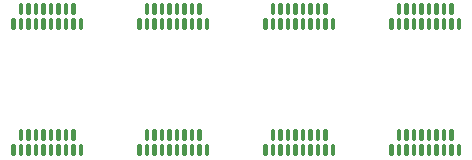
<source format=gtp>
G75*
%MOIN*%
%OFA0B0*%
%FSLAX25Y25*%
%IPPOS*%
%LPD*%
%AMOC8*
5,1,8,0,0,1.08239X$1,22.5*
%
%ADD10C,0.01350*%
D10*
X0011625Y0019175D02*
X0011625Y0021825D01*
X0011775Y0021825D01*
X0011775Y0019175D01*
X0011625Y0019175D01*
X0011625Y0020524D02*
X0011775Y0020524D01*
X0014125Y0021825D02*
X0014125Y0019175D01*
X0014125Y0021825D02*
X0014275Y0021825D01*
X0014275Y0019175D01*
X0014125Y0019175D01*
X0014125Y0020524D02*
X0014275Y0020524D01*
X0016625Y0021825D02*
X0016625Y0019175D01*
X0016625Y0021825D02*
X0016775Y0021825D01*
X0016775Y0019175D01*
X0016625Y0019175D01*
X0016625Y0020524D02*
X0016775Y0020524D01*
X0019125Y0021825D02*
X0019125Y0019175D01*
X0019125Y0021825D02*
X0019275Y0021825D01*
X0019275Y0019175D01*
X0019125Y0019175D01*
X0019125Y0020524D02*
X0019275Y0020524D01*
X0021625Y0021825D02*
X0021625Y0019175D01*
X0021625Y0021825D02*
X0021775Y0021825D01*
X0021775Y0019175D01*
X0021625Y0019175D01*
X0021625Y0020524D02*
X0021775Y0020524D01*
X0024125Y0021825D02*
X0024125Y0019175D01*
X0024125Y0021825D02*
X0024275Y0021825D01*
X0024275Y0019175D01*
X0024125Y0019175D01*
X0024125Y0020524D02*
X0024275Y0020524D01*
X0026625Y0021825D02*
X0026625Y0019175D01*
X0026625Y0021825D02*
X0026775Y0021825D01*
X0026775Y0019175D01*
X0026625Y0019175D01*
X0026625Y0020524D02*
X0026775Y0020524D01*
X0029125Y0021825D02*
X0029125Y0019175D01*
X0029125Y0021825D02*
X0029275Y0021825D01*
X0029275Y0019175D01*
X0029125Y0019175D01*
X0029125Y0020524D02*
X0029275Y0020524D01*
X0031625Y0021825D02*
X0031625Y0019175D01*
X0031625Y0021825D02*
X0031775Y0021825D01*
X0031775Y0019175D01*
X0031625Y0019175D01*
X0031625Y0020524D02*
X0031775Y0020524D01*
X0034125Y0021825D02*
X0034125Y0019175D01*
X0034125Y0021825D02*
X0034275Y0021825D01*
X0034275Y0019175D01*
X0034125Y0019175D01*
X0034125Y0020524D02*
X0034275Y0020524D01*
X0031625Y0024175D02*
X0031625Y0026825D01*
X0031775Y0026825D01*
X0031775Y0024175D01*
X0031625Y0024175D01*
X0031625Y0025524D02*
X0031775Y0025524D01*
X0029125Y0026825D02*
X0029125Y0024175D01*
X0029125Y0026825D02*
X0029275Y0026825D01*
X0029275Y0024175D01*
X0029125Y0024175D01*
X0029125Y0025524D02*
X0029275Y0025524D01*
X0026625Y0026825D02*
X0026625Y0024175D01*
X0026625Y0026825D02*
X0026775Y0026825D01*
X0026775Y0024175D01*
X0026625Y0024175D01*
X0026625Y0025524D02*
X0026775Y0025524D01*
X0024125Y0026825D02*
X0024125Y0024175D01*
X0024125Y0026825D02*
X0024275Y0026825D01*
X0024275Y0024175D01*
X0024125Y0024175D01*
X0024125Y0025524D02*
X0024275Y0025524D01*
X0021625Y0026825D02*
X0021625Y0024175D01*
X0021625Y0026825D02*
X0021775Y0026825D01*
X0021775Y0024175D01*
X0021625Y0024175D01*
X0021625Y0025524D02*
X0021775Y0025524D01*
X0019125Y0026825D02*
X0019125Y0024175D01*
X0019125Y0026825D02*
X0019275Y0026825D01*
X0019275Y0024175D01*
X0019125Y0024175D01*
X0019125Y0025524D02*
X0019275Y0025524D01*
X0016625Y0026825D02*
X0016625Y0024175D01*
X0016625Y0026825D02*
X0016775Y0026825D01*
X0016775Y0024175D01*
X0016625Y0024175D01*
X0016625Y0025524D02*
X0016775Y0025524D01*
X0014125Y0026825D02*
X0014125Y0024175D01*
X0014125Y0026825D02*
X0014275Y0026825D01*
X0014275Y0024175D01*
X0014125Y0024175D01*
X0014125Y0025524D02*
X0014275Y0025524D01*
X0053625Y0021825D02*
X0053625Y0019175D01*
X0053625Y0021825D02*
X0053775Y0021825D01*
X0053775Y0019175D01*
X0053625Y0019175D01*
X0053625Y0020524D02*
X0053775Y0020524D01*
X0056125Y0021825D02*
X0056125Y0019175D01*
X0056125Y0021825D02*
X0056275Y0021825D01*
X0056275Y0019175D01*
X0056125Y0019175D01*
X0056125Y0020524D02*
X0056275Y0020524D01*
X0058625Y0021825D02*
X0058625Y0019175D01*
X0058625Y0021825D02*
X0058775Y0021825D01*
X0058775Y0019175D01*
X0058625Y0019175D01*
X0058625Y0020524D02*
X0058775Y0020524D01*
X0061125Y0021825D02*
X0061125Y0019175D01*
X0061125Y0021825D02*
X0061275Y0021825D01*
X0061275Y0019175D01*
X0061125Y0019175D01*
X0061125Y0020524D02*
X0061275Y0020524D01*
X0063625Y0021825D02*
X0063625Y0019175D01*
X0063625Y0021825D02*
X0063775Y0021825D01*
X0063775Y0019175D01*
X0063625Y0019175D01*
X0063625Y0020524D02*
X0063775Y0020524D01*
X0066125Y0021825D02*
X0066125Y0019175D01*
X0066125Y0021825D02*
X0066275Y0021825D01*
X0066275Y0019175D01*
X0066125Y0019175D01*
X0066125Y0020524D02*
X0066275Y0020524D01*
X0068625Y0021825D02*
X0068625Y0019175D01*
X0068625Y0021825D02*
X0068775Y0021825D01*
X0068775Y0019175D01*
X0068625Y0019175D01*
X0068625Y0020524D02*
X0068775Y0020524D01*
X0071125Y0021825D02*
X0071125Y0019175D01*
X0071125Y0021825D02*
X0071275Y0021825D01*
X0071275Y0019175D01*
X0071125Y0019175D01*
X0071125Y0020524D02*
X0071275Y0020524D01*
X0073625Y0021825D02*
X0073625Y0019175D01*
X0073625Y0021825D02*
X0073775Y0021825D01*
X0073775Y0019175D01*
X0073625Y0019175D01*
X0073625Y0020524D02*
X0073775Y0020524D01*
X0076125Y0021825D02*
X0076125Y0019175D01*
X0076125Y0021825D02*
X0076275Y0021825D01*
X0076275Y0019175D01*
X0076125Y0019175D01*
X0076125Y0020524D02*
X0076275Y0020524D01*
X0073625Y0024175D02*
X0073625Y0026825D01*
X0073775Y0026825D01*
X0073775Y0024175D01*
X0073625Y0024175D01*
X0073625Y0025524D02*
X0073775Y0025524D01*
X0071125Y0026825D02*
X0071125Y0024175D01*
X0071125Y0026825D02*
X0071275Y0026825D01*
X0071275Y0024175D01*
X0071125Y0024175D01*
X0071125Y0025524D02*
X0071275Y0025524D01*
X0068625Y0026825D02*
X0068625Y0024175D01*
X0068625Y0026825D02*
X0068775Y0026825D01*
X0068775Y0024175D01*
X0068625Y0024175D01*
X0068625Y0025524D02*
X0068775Y0025524D01*
X0066125Y0026825D02*
X0066125Y0024175D01*
X0066125Y0026825D02*
X0066275Y0026825D01*
X0066275Y0024175D01*
X0066125Y0024175D01*
X0066125Y0025524D02*
X0066275Y0025524D01*
X0063625Y0026825D02*
X0063625Y0024175D01*
X0063625Y0026825D02*
X0063775Y0026825D01*
X0063775Y0024175D01*
X0063625Y0024175D01*
X0063625Y0025524D02*
X0063775Y0025524D01*
X0061125Y0026825D02*
X0061125Y0024175D01*
X0061125Y0026825D02*
X0061275Y0026825D01*
X0061275Y0024175D01*
X0061125Y0024175D01*
X0061125Y0025524D02*
X0061275Y0025524D01*
X0058625Y0026825D02*
X0058625Y0024175D01*
X0058625Y0026825D02*
X0058775Y0026825D01*
X0058775Y0024175D01*
X0058625Y0024175D01*
X0058625Y0025524D02*
X0058775Y0025524D01*
X0056125Y0026825D02*
X0056125Y0024175D01*
X0056125Y0026825D02*
X0056275Y0026825D01*
X0056275Y0024175D01*
X0056125Y0024175D01*
X0056125Y0025524D02*
X0056275Y0025524D01*
X0095625Y0021825D02*
X0095625Y0019175D01*
X0095625Y0021825D02*
X0095775Y0021825D01*
X0095775Y0019175D01*
X0095625Y0019175D01*
X0095625Y0020524D02*
X0095775Y0020524D01*
X0098125Y0021825D02*
X0098125Y0019175D01*
X0098125Y0021825D02*
X0098275Y0021825D01*
X0098275Y0019175D01*
X0098125Y0019175D01*
X0098125Y0020524D02*
X0098275Y0020524D01*
X0100625Y0021825D02*
X0100625Y0019175D01*
X0100625Y0021825D02*
X0100775Y0021825D01*
X0100775Y0019175D01*
X0100625Y0019175D01*
X0100625Y0020524D02*
X0100775Y0020524D01*
X0103125Y0021825D02*
X0103125Y0019175D01*
X0103125Y0021825D02*
X0103275Y0021825D01*
X0103275Y0019175D01*
X0103125Y0019175D01*
X0103125Y0020524D02*
X0103275Y0020524D01*
X0105625Y0021825D02*
X0105625Y0019175D01*
X0105625Y0021825D02*
X0105775Y0021825D01*
X0105775Y0019175D01*
X0105625Y0019175D01*
X0105625Y0020524D02*
X0105775Y0020524D01*
X0108125Y0021825D02*
X0108125Y0019175D01*
X0108125Y0021825D02*
X0108275Y0021825D01*
X0108275Y0019175D01*
X0108125Y0019175D01*
X0108125Y0020524D02*
X0108275Y0020524D01*
X0110625Y0021825D02*
X0110625Y0019175D01*
X0110625Y0021825D02*
X0110775Y0021825D01*
X0110775Y0019175D01*
X0110625Y0019175D01*
X0110625Y0020524D02*
X0110775Y0020524D01*
X0113125Y0021825D02*
X0113125Y0019175D01*
X0113125Y0021825D02*
X0113275Y0021825D01*
X0113275Y0019175D01*
X0113125Y0019175D01*
X0113125Y0020524D02*
X0113275Y0020524D01*
X0115625Y0021825D02*
X0115625Y0019175D01*
X0115625Y0021825D02*
X0115775Y0021825D01*
X0115775Y0019175D01*
X0115625Y0019175D01*
X0115625Y0020524D02*
X0115775Y0020524D01*
X0118125Y0021825D02*
X0118125Y0019175D01*
X0118125Y0021825D02*
X0118275Y0021825D01*
X0118275Y0019175D01*
X0118125Y0019175D01*
X0118125Y0020524D02*
X0118275Y0020524D01*
X0115625Y0024175D02*
X0115625Y0026825D01*
X0115775Y0026825D01*
X0115775Y0024175D01*
X0115625Y0024175D01*
X0115625Y0025524D02*
X0115775Y0025524D01*
X0113125Y0026825D02*
X0113125Y0024175D01*
X0113125Y0026825D02*
X0113275Y0026825D01*
X0113275Y0024175D01*
X0113125Y0024175D01*
X0113125Y0025524D02*
X0113275Y0025524D01*
X0110625Y0026825D02*
X0110625Y0024175D01*
X0110625Y0026825D02*
X0110775Y0026825D01*
X0110775Y0024175D01*
X0110625Y0024175D01*
X0110625Y0025524D02*
X0110775Y0025524D01*
X0108125Y0026825D02*
X0108125Y0024175D01*
X0108125Y0026825D02*
X0108275Y0026825D01*
X0108275Y0024175D01*
X0108125Y0024175D01*
X0108125Y0025524D02*
X0108275Y0025524D01*
X0105625Y0026825D02*
X0105625Y0024175D01*
X0105625Y0026825D02*
X0105775Y0026825D01*
X0105775Y0024175D01*
X0105625Y0024175D01*
X0105625Y0025524D02*
X0105775Y0025524D01*
X0103125Y0026825D02*
X0103125Y0024175D01*
X0103125Y0026825D02*
X0103275Y0026825D01*
X0103275Y0024175D01*
X0103125Y0024175D01*
X0103125Y0025524D02*
X0103275Y0025524D01*
X0100625Y0026825D02*
X0100625Y0024175D01*
X0100625Y0026825D02*
X0100775Y0026825D01*
X0100775Y0024175D01*
X0100625Y0024175D01*
X0100625Y0025524D02*
X0100775Y0025524D01*
X0098125Y0026825D02*
X0098125Y0024175D01*
X0098125Y0026825D02*
X0098275Y0026825D01*
X0098275Y0024175D01*
X0098125Y0024175D01*
X0098125Y0025524D02*
X0098275Y0025524D01*
X0137625Y0021825D02*
X0137625Y0019175D01*
X0137625Y0021825D02*
X0137775Y0021825D01*
X0137775Y0019175D01*
X0137625Y0019175D01*
X0137625Y0020524D02*
X0137775Y0020524D01*
X0140125Y0021825D02*
X0140125Y0019175D01*
X0140125Y0021825D02*
X0140275Y0021825D01*
X0140275Y0019175D01*
X0140125Y0019175D01*
X0140125Y0020524D02*
X0140275Y0020524D01*
X0142625Y0021825D02*
X0142625Y0019175D01*
X0142625Y0021825D02*
X0142775Y0021825D01*
X0142775Y0019175D01*
X0142625Y0019175D01*
X0142625Y0020524D02*
X0142775Y0020524D01*
X0145125Y0021825D02*
X0145125Y0019175D01*
X0145125Y0021825D02*
X0145275Y0021825D01*
X0145275Y0019175D01*
X0145125Y0019175D01*
X0145125Y0020524D02*
X0145275Y0020524D01*
X0147625Y0021825D02*
X0147625Y0019175D01*
X0147625Y0021825D02*
X0147775Y0021825D01*
X0147775Y0019175D01*
X0147625Y0019175D01*
X0147625Y0020524D02*
X0147775Y0020524D01*
X0150125Y0021825D02*
X0150125Y0019175D01*
X0150125Y0021825D02*
X0150275Y0021825D01*
X0150275Y0019175D01*
X0150125Y0019175D01*
X0150125Y0020524D02*
X0150275Y0020524D01*
X0152625Y0021825D02*
X0152625Y0019175D01*
X0152625Y0021825D02*
X0152775Y0021825D01*
X0152775Y0019175D01*
X0152625Y0019175D01*
X0152625Y0020524D02*
X0152775Y0020524D01*
X0155125Y0021825D02*
X0155125Y0019175D01*
X0155125Y0021825D02*
X0155275Y0021825D01*
X0155275Y0019175D01*
X0155125Y0019175D01*
X0155125Y0020524D02*
X0155275Y0020524D01*
X0157625Y0021825D02*
X0157625Y0019175D01*
X0157625Y0021825D02*
X0157775Y0021825D01*
X0157775Y0019175D01*
X0157625Y0019175D01*
X0157625Y0020524D02*
X0157775Y0020524D01*
X0160125Y0021825D02*
X0160125Y0019175D01*
X0160125Y0021825D02*
X0160275Y0021825D01*
X0160275Y0019175D01*
X0160125Y0019175D01*
X0160125Y0020524D02*
X0160275Y0020524D01*
X0157625Y0024175D02*
X0157625Y0026825D01*
X0157775Y0026825D01*
X0157775Y0024175D01*
X0157625Y0024175D01*
X0157625Y0025524D02*
X0157775Y0025524D01*
X0155125Y0026825D02*
X0155125Y0024175D01*
X0155125Y0026825D02*
X0155275Y0026825D01*
X0155275Y0024175D01*
X0155125Y0024175D01*
X0155125Y0025524D02*
X0155275Y0025524D01*
X0152625Y0026825D02*
X0152625Y0024175D01*
X0152625Y0026825D02*
X0152775Y0026825D01*
X0152775Y0024175D01*
X0152625Y0024175D01*
X0152625Y0025524D02*
X0152775Y0025524D01*
X0150125Y0026825D02*
X0150125Y0024175D01*
X0150125Y0026825D02*
X0150275Y0026825D01*
X0150275Y0024175D01*
X0150125Y0024175D01*
X0150125Y0025524D02*
X0150275Y0025524D01*
X0147625Y0026825D02*
X0147625Y0024175D01*
X0147625Y0026825D02*
X0147775Y0026825D01*
X0147775Y0024175D01*
X0147625Y0024175D01*
X0147625Y0025524D02*
X0147775Y0025524D01*
X0145125Y0026825D02*
X0145125Y0024175D01*
X0145125Y0026825D02*
X0145275Y0026825D01*
X0145275Y0024175D01*
X0145125Y0024175D01*
X0145125Y0025524D02*
X0145275Y0025524D01*
X0142625Y0026825D02*
X0142625Y0024175D01*
X0142625Y0026825D02*
X0142775Y0026825D01*
X0142775Y0024175D01*
X0142625Y0024175D01*
X0142625Y0025524D02*
X0142775Y0025524D01*
X0140125Y0026825D02*
X0140125Y0024175D01*
X0140125Y0026825D02*
X0140275Y0026825D01*
X0140275Y0024175D01*
X0140125Y0024175D01*
X0140125Y0025524D02*
X0140275Y0025524D01*
X0140125Y0061175D02*
X0140125Y0063825D01*
X0140275Y0063825D01*
X0140275Y0061175D01*
X0140125Y0061175D01*
X0140125Y0062524D02*
X0140275Y0062524D01*
X0142625Y0063825D02*
X0142625Y0061175D01*
X0142625Y0063825D02*
X0142775Y0063825D01*
X0142775Y0061175D01*
X0142625Y0061175D01*
X0142625Y0062524D02*
X0142775Y0062524D01*
X0145125Y0063825D02*
X0145125Y0061175D01*
X0145125Y0063825D02*
X0145275Y0063825D01*
X0145275Y0061175D01*
X0145125Y0061175D01*
X0145125Y0062524D02*
X0145275Y0062524D01*
X0147625Y0063825D02*
X0147625Y0061175D01*
X0147625Y0063825D02*
X0147775Y0063825D01*
X0147775Y0061175D01*
X0147625Y0061175D01*
X0147625Y0062524D02*
X0147775Y0062524D01*
X0150125Y0063825D02*
X0150125Y0061175D01*
X0150125Y0063825D02*
X0150275Y0063825D01*
X0150275Y0061175D01*
X0150125Y0061175D01*
X0150125Y0062524D02*
X0150275Y0062524D01*
X0152625Y0063825D02*
X0152625Y0061175D01*
X0152625Y0063825D02*
X0152775Y0063825D01*
X0152775Y0061175D01*
X0152625Y0061175D01*
X0152625Y0062524D02*
X0152775Y0062524D01*
X0155125Y0063825D02*
X0155125Y0061175D01*
X0155125Y0063825D02*
X0155275Y0063825D01*
X0155275Y0061175D01*
X0155125Y0061175D01*
X0155125Y0062524D02*
X0155275Y0062524D01*
X0157625Y0063825D02*
X0157625Y0061175D01*
X0157625Y0063825D02*
X0157775Y0063825D01*
X0157775Y0061175D01*
X0157625Y0061175D01*
X0157625Y0062524D02*
X0157775Y0062524D01*
X0160125Y0063825D02*
X0160125Y0061175D01*
X0160125Y0063825D02*
X0160275Y0063825D01*
X0160275Y0061175D01*
X0160125Y0061175D01*
X0160125Y0062524D02*
X0160275Y0062524D01*
X0157625Y0066175D02*
X0157625Y0068825D01*
X0157775Y0068825D01*
X0157775Y0066175D01*
X0157625Y0066175D01*
X0157625Y0067524D02*
X0157775Y0067524D01*
X0155125Y0068825D02*
X0155125Y0066175D01*
X0155125Y0068825D02*
X0155275Y0068825D01*
X0155275Y0066175D01*
X0155125Y0066175D01*
X0155125Y0067524D02*
X0155275Y0067524D01*
X0152625Y0068825D02*
X0152625Y0066175D01*
X0152625Y0068825D02*
X0152775Y0068825D01*
X0152775Y0066175D01*
X0152625Y0066175D01*
X0152625Y0067524D02*
X0152775Y0067524D01*
X0150125Y0068825D02*
X0150125Y0066175D01*
X0150125Y0068825D02*
X0150275Y0068825D01*
X0150275Y0066175D01*
X0150125Y0066175D01*
X0150125Y0067524D02*
X0150275Y0067524D01*
X0147625Y0068825D02*
X0147625Y0066175D01*
X0147625Y0068825D02*
X0147775Y0068825D01*
X0147775Y0066175D01*
X0147625Y0066175D01*
X0147625Y0067524D02*
X0147775Y0067524D01*
X0145125Y0068825D02*
X0145125Y0066175D01*
X0145125Y0068825D02*
X0145275Y0068825D01*
X0145275Y0066175D01*
X0145125Y0066175D01*
X0145125Y0067524D02*
X0145275Y0067524D01*
X0142625Y0068825D02*
X0142625Y0066175D01*
X0142625Y0068825D02*
X0142775Y0068825D01*
X0142775Y0066175D01*
X0142625Y0066175D01*
X0142625Y0067524D02*
X0142775Y0067524D01*
X0140125Y0068825D02*
X0140125Y0066175D01*
X0140125Y0068825D02*
X0140275Y0068825D01*
X0140275Y0066175D01*
X0140125Y0066175D01*
X0140125Y0067524D02*
X0140275Y0067524D01*
X0137625Y0063825D02*
X0137625Y0061175D01*
X0137625Y0063825D02*
X0137775Y0063825D01*
X0137775Y0061175D01*
X0137625Y0061175D01*
X0137625Y0062524D02*
X0137775Y0062524D01*
X0118125Y0063825D02*
X0118125Y0061175D01*
X0118125Y0063825D02*
X0118275Y0063825D01*
X0118275Y0061175D01*
X0118125Y0061175D01*
X0118125Y0062524D02*
X0118275Y0062524D01*
X0115625Y0063825D02*
X0115625Y0061175D01*
X0115625Y0063825D02*
X0115775Y0063825D01*
X0115775Y0061175D01*
X0115625Y0061175D01*
X0115625Y0062524D02*
X0115775Y0062524D01*
X0113125Y0063825D02*
X0113125Y0061175D01*
X0113125Y0063825D02*
X0113275Y0063825D01*
X0113275Y0061175D01*
X0113125Y0061175D01*
X0113125Y0062524D02*
X0113275Y0062524D01*
X0110625Y0063825D02*
X0110625Y0061175D01*
X0110625Y0063825D02*
X0110775Y0063825D01*
X0110775Y0061175D01*
X0110625Y0061175D01*
X0110625Y0062524D02*
X0110775Y0062524D01*
X0108125Y0063825D02*
X0108125Y0061175D01*
X0108125Y0063825D02*
X0108275Y0063825D01*
X0108275Y0061175D01*
X0108125Y0061175D01*
X0108125Y0062524D02*
X0108275Y0062524D01*
X0105625Y0063825D02*
X0105625Y0061175D01*
X0105625Y0063825D02*
X0105775Y0063825D01*
X0105775Y0061175D01*
X0105625Y0061175D01*
X0105625Y0062524D02*
X0105775Y0062524D01*
X0103125Y0063825D02*
X0103125Y0061175D01*
X0103125Y0063825D02*
X0103275Y0063825D01*
X0103275Y0061175D01*
X0103125Y0061175D01*
X0103125Y0062524D02*
X0103275Y0062524D01*
X0100625Y0063825D02*
X0100625Y0061175D01*
X0100625Y0063825D02*
X0100775Y0063825D01*
X0100775Y0061175D01*
X0100625Y0061175D01*
X0100625Y0062524D02*
X0100775Y0062524D01*
X0098125Y0063825D02*
X0098125Y0061175D01*
X0098125Y0063825D02*
X0098275Y0063825D01*
X0098275Y0061175D01*
X0098125Y0061175D01*
X0098125Y0062524D02*
X0098275Y0062524D01*
X0095625Y0063825D02*
X0095625Y0061175D01*
X0095625Y0063825D02*
X0095775Y0063825D01*
X0095775Y0061175D01*
X0095625Y0061175D01*
X0095625Y0062524D02*
X0095775Y0062524D01*
X0098125Y0066175D02*
X0098125Y0068825D01*
X0098275Y0068825D01*
X0098275Y0066175D01*
X0098125Y0066175D01*
X0098125Y0067524D02*
X0098275Y0067524D01*
X0100625Y0068825D02*
X0100625Y0066175D01*
X0100625Y0068825D02*
X0100775Y0068825D01*
X0100775Y0066175D01*
X0100625Y0066175D01*
X0100625Y0067524D02*
X0100775Y0067524D01*
X0103125Y0068825D02*
X0103125Y0066175D01*
X0103125Y0068825D02*
X0103275Y0068825D01*
X0103275Y0066175D01*
X0103125Y0066175D01*
X0103125Y0067524D02*
X0103275Y0067524D01*
X0105625Y0068825D02*
X0105625Y0066175D01*
X0105625Y0068825D02*
X0105775Y0068825D01*
X0105775Y0066175D01*
X0105625Y0066175D01*
X0105625Y0067524D02*
X0105775Y0067524D01*
X0108125Y0068825D02*
X0108125Y0066175D01*
X0108125Y0068825D02*
X0108275Y0068825D01*
X0108275Y0066175D01*
X0108125Y0066175D01*
X0108125Y0067524D02*
X0108275Y0067524D01*
X0110625Y0068825D02*
X0110625Y0066175D01*
X0110625Y0068825D02*
X0110775Y0068825D01*
X0110775Y0066175D01*
X0110625Y0066175D01*
X0110625Y0067524D02*
X0110775Y0067524D01*
X0113125Y0068825D02*
X0113125Y0066175D01*
X0113125Y0068825D02*
X0113275Y0068825D01*
X0113275Y0066175D01*
X0113125Y0066175D01*
X0113125Y0067524D02*
X0113275Y0067524D01*
X0115625Y0068825D02*
X0115625Y0066175D01*
X0115625Y0068825D02*
X0115775Y0068825D01*
X0115775Y0066175D01*
X0115625Y0066175D01*
X0115625Y0067524D02*
X0115775Y0067524D01*
X0076125Y0063825D02*
X0076125Y0061175D01*
X0076125Y0063825D02*
X0076275Y0063825D01*
X0076275Y0061175D01*
X0076125Y0061175D01*
X0076125Y0062524D02*
X0076275Y0062524D01*
X0073625Y0063825D02*
X0073625Y0061175D01*
X0073625Y0063825D02*
X0073775Y0063825D01*
X0073775Y0061175D01*
X0073625Y0061175D01*
X0073625Y0062524D02*
X0073775Y0062524D01*
X0071125Y0063825D02*
X0071125Y0061175D01*
X0071125Y0063825D02*
X0071275Y0063825D01*
X0071275Y0061175D01*
X0071125Y0061175D01*
X0071125Y0062524D02*
X0071275Y0062524D01*
X0068625Y0063825D02*
X0068625Y0061175D01*
X0068625Y0063825D02*
X0068775Y0063825D01*
X0068775Y0061175D01*
X0068625Y0061175D01*
X0068625Y0062524D02*
X0068775Y0062524D01*
X0066125Y0063825D02*
X0066125Y0061175D01*
X0066125Y0063825D02*
X0066275Y0063825D01*
X0066275Y0061175D01*
X0066125Y0061175D01*
X0066125Y0062524D02*
X0066275Y0062524D01*
X0063625Y0063825D02*
X0063625Y0061175D01*
X0063625Y0063825D02*
X0063775Y0063825D01*
X0063775Y0061175D01*
X0063625Y0061175D01*
X0063625Y0062524D02*
X0063775Y0062524D01*
X0061125Y0063825D02*
X0061125Y0061175D01*
X0061125Y0063825D02*
X0061275Y0063825D01*
X0061275Y0061175D01*
X0061125Y0061175D01*
X0061125Y0062524D02*
X0061275Y0062524D01*
X0058625Y0063825D02*
X0058625Y0061175D01*
X0058625Y0063825D02*
X0058775Y0063825D01*
X0058775Y0061175D01*
X0058625Y0061175D01*
X0058625Y0062524D02*
X0058775Y0062524D01*
X0056125Y0063825D02*
X0056125Y0061175D01*
X0056125Y0063825D02*
X0056275Y0063825D01*
X0056275Y0061175D01*
X0056125Y0061175D01*
X0056125Y0062524D02*
X0056275Y0062524D01*
X0053625Y0063825D02*
X0053625Y0061175D01*
X0053625Y0063825D02*
X0053775Y0063825D01*
X0053775Y0061175D01*
X0053625Y0061175D01*
X0053625Y0062524D02*
X0053775Y0062524D01*
X0056125Y0066175D02*
X0056125Y0068825D01*
X0056275Y0068825D01*
X0056275Y0066175D01*
X0056125Y0066175D01*
X0056125Y0067524D02*
X0056275Y0067524D01*
X0058625Y0068825D02*
X0058625Y0066175D01*
X0058625Y0068825D02*
X0058775Y0068825D01*
X0058775Y0066175D01*
X0058625Y0066175D01*
X0058625Y0067524D02*
X0058775Y0067524D01*
X0061125Y0068825D02*
X0061125Y0066175D01*
X0061125Y0068825D02*
X0061275Y0068825D01*
X0061275Y0066175D01*
X0061125Y0066175D01*
X0061125Y0067524D02*
X0061275Y0067524D01*
X0063625Y0068825D02*
X0063625Y0066175D01*
X0063625Y0068825D02*
X0063775Y0068825D01*
X0063775Y0066175D01*
X0063625Y0066175D01*
X0063625Y0067524D02*
X0063775Y0067524D01*
X0066125Y0068825D02*
X0066125Y0066175D01*
X0066125Y0068825D02*
X0066275Y0068825D01*
X0066275Y0066175D01*
X0066125Y0066175D01*
X0066125Y0067524D02*
X0066275Y0067524D01*
X0068625Y0068825D02*
X0068625Y0066175D01*
X0068625Y0068825D02*
X0068775Y0068825D01*
X0068775Y0066175D01*
X0068625Y0066175D01*
X0068625Y0067524D02*
X0068775Y0067524D01*
X0071125Y0068825D02*
X0071125Y0066175D01*
X0071125Y0068825D02*
X0071275Y0068825D01*
X0071275Y0066175D01*
X0071125Y0066175D01*
X0071125Y0067524D02*
X0071275Y0067524D01*
X0073625Y0068825D02*
X0073625Y0066175D01*
X0073625Y0068825D02*
X0073775Y0068825D01*
X0073775Y0066175D01*
X0073625Y0066175D01*
X0073625Y0067524D02*
X0073775Y0067524D01*
X0034125Y0063825D02*
X0034125Y0061175D01*
X0034125Y0063825D02*
X0034275Y0063825D01*
X0034275Y0061175D01*
X0034125Y0061175D01*
X0034125Y0062524D02*
X0034275Y0062524D01*
X0031625Y0063825D02*
X0031625Y0061175D01*
X0031625Y0063825D02*
X0031775Y0063825D01*
X0031775Y0061175D01*
X0031625Y0061175D01*
X0031625Y0062524D02*
X0031775Y0062524D01*
X0029125Y0063825D02*
X0029125Y0061175D01*
X0029125Y0063825D02*
X0029275Y0063825D01*
X0029275Y0061175D01*
X0029125Y0061175D01*
X0029125Y0062524D02*
X0029275Y0062524D01*
X0026625Y0063825D02*
X0026625Y0061175D01*
X0026625Y0063825D02*
X0026775Y0063825D01*
X0026775Y0061175D01*
X0026625Y0061175D01*
X0026625Y0062524D02*
X0026775Y0062524D01*
X0024125Y0063825D02*
X0024125Y0061175D01*
X0024125Y0063825D02*
X0024275Y0063825D01*
X0024275Y0061175D01*
X0024125Y0061175D01*
X0024125Y0062524D02*
X0024275Y0062524D01*
X0021625Y0063825D02*
X0021625Y0061175D01*
X0021625Y0063825D02*
X0021775Y0063825D01*
X0021775Y0061175D01*
X0021625Y0061175D01*
X0021625Y0062524D02*
X0021775Y0062524D01*
X0019125Y0063825D02*
X0019125Y0061175D01*
X0019125Y0063825D02*
X0019275Y0063825D01*
X0019275Y0061175D01*
X0019125Y0061175D01*
X0019125Y0062524D02*
X0019275Y0062524D01*
X0016625Y0063825D02*
X0016625Y0061175D01*
X0016625Y0063825D02*
X0016775Y0063825D01*
X0016775Y0061175D01*
X0016625Y0061175D01*
X0016625Y0062524D02*
X0016775Y0062524D01*
X0014125Y0063825D02*
X0014125Y0061175D01*
X0014125Y0063825D02*
X0014275Y0063825D01*
X0014275Y0061175D01*
X0014125Y0061175D01*
X0014125Y0062524D02*
X0014275Y0062524D01*
X0011625Y0063825D02*
X0011625Y0061175D01*
X0011625Y0063825D02*
X0011775Y0063825D01*
X0011775Y0061175D01*
X0011625Y0061175D01*
X0011625Y0062524D02*
X0011775Y0062524D01*
X0014125Y0066175D02*
X0014125Y0068825D01*
X0014275Y0068825D01*
X0014275Y0066175D01*
X0014125Y0066175D01*
X0014125Y0067524D02*
X0014275Y0067524D01*
X0016625Y0068825D02*
X0016625Y0066175D01*
X0016625Y0068825D02*
X0016775Y0068825D01*
X0016775Y0066175D01*
X0016625Y0066175D01*
X0016625Y0067524D02*
X0016775Y0067524D01*
X0019125Y0068825D02*
X0019125Y0066175D01*
X0019125Y0068825D02*
X0019275Y0068825D01*
X0019275Y0066175D01*
X0019125Y0066175D01*
X0019125Y0067524D02*
X0019275Y0067524D01*
X0021625Y0068825D02*
X0021625Y0066175D01*
X0021625Y0068825D02*
X0021775Y0068825D01*
X0021775Y0066175D01*
X0021625Y0066175D01*
X0021625Y0067524D02*
X0021775Y0067524D01*
X0024125Y0068825D02*
X0024125Y0066175D01*
X0024125Y0068825D02*
X0024275Y0068825D01*
X0024275Y0066175D01*
X0024125Y0066175D01*
X0024125Y0067524D02*
X0024275Y0067524D01*
X0026625Y0068825D02*
X0026625Y0066175D01*
X0026625Y0068825D02*
X0026775Y0068825D01*
X0026775Y0066175D01*
X0026625Y0066175D01*
X0026625Y0067524D02*
X0026775Y0067524D01*
X0029125Y0068825D02*
X0029125Y0066175D01*
X0029125Y0068825D02*
X0029275Y0068825D01*
X0029275Y0066175D01*
X0029125Y0066175D01*
X0029125Y0067524D02*
X0029275Y0067524D01*
X0031625Y0068825D02*
X0031625Y0066175D01*
X0031625Y0068825D02*
X0031775Y0068825D01*
X0031775Y0066175D01*
X0031625Y0066175D01*
X0031625Y0067524D02*
X0031775Y0067524D01*
M02*

</source>
